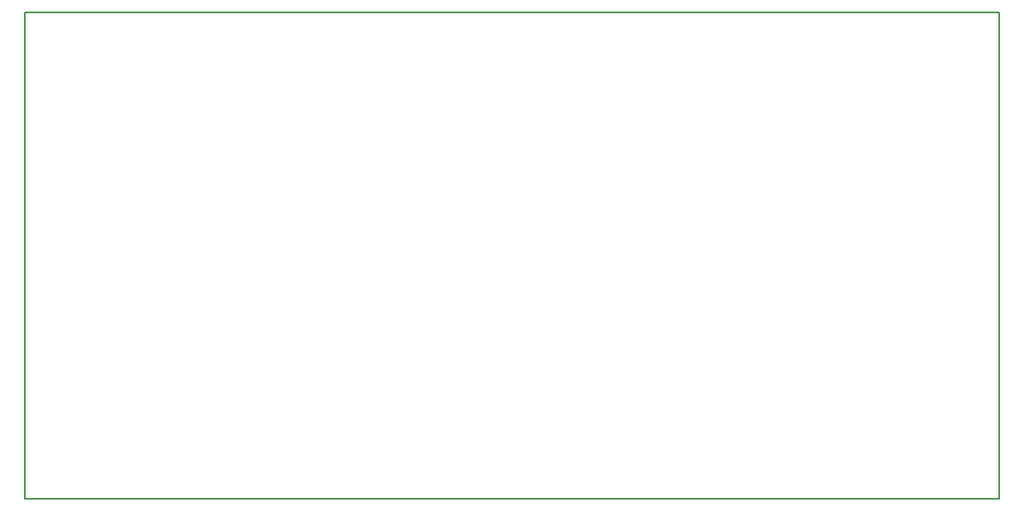
<source format=gm1>
G04 #@! TF.FileFunction,Profile,NP*
%FSLAX46Y46*%
G04 Gerber Fmt 4.6, Leading zero omitted, Abs format (unit mm)*
G04 Created by KiCad (PCBNEW 4.0.7) date Thursday, 29 March 2018 'PMt' 03:09:51 PM*
%MOMM*%
%LPD*%
G01*
G04 APERTURE LIST*
%ADD10C,0.100000*%
%ADD11C,0.150000*%
G04 APERTURE END LIST*
D10*
D11*
X121412000Y-121158000D02*
X121412000Y-71374000D01*
X220980000Y-121158000D02*
X121412000Y-121158000D01*
X220980000Y-71374000D02*
X220980000Y-121158000D01*
X121412000Y-71374000D02*
X220980000Y-71374000D01*
M02*

</source>
